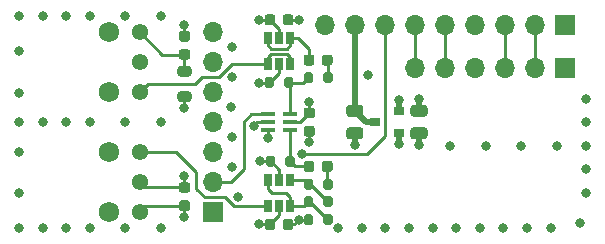
<source format=gbr>
%TF.GenerationSoftware,KiCad,Pcbnew,5.1.10-88a1d61d58~90~ubuntu20.04.1*%
%TF.CreationDate,2021-08-01T07:07:46+02:00*%
%TF.ProjectId,chalkie,6368616c-6b69-4652-9e6b-696361645f70,v1.00*%
%TF.SameCoordinates,Original*%
%TF.FileFunction,Copper,L1,Top*%
%TF.FilePolarity,Positive*%
%FSLAX46Y46*%
G04 Gerber Fmt 4.6, Leading zero omitted, Abs format (unit mm)*
G04 Created by KiCad (PCBNEW 5.1.10-88a1d61d58~90~ubuntu20.04.1) date 2021-08-01 07:07:46*
%MOMM*%
%LPD*%
G01*
G04 APERTURE LIST*
%TA.AperFunction,ComponentPad*%
%ADD10C,1.725000*%
%TD*%
%TA.AperFunction,ComponentPad*%
%ADD11C,1.381250*%
%TD*%
%TA.AperFunction,SMDPad,CuDef*%
%ADD12R,1.190000X0.400000*%
%TD*%
%TA.AperFunction,ComponentPad*%
%ADD13C,1.381000*%
%TD*%
%TA.AperFunction,ComponentPad*%
%ADD14O,1.700000X1.700000*%
%TD*%
%TA.AperFunction,ComponentPad*%
%ADD15R,1.700000X1.700000*%
%TD*%
%TA.AperFunction,SMDPad,CuDef*%
%ADD16R,0.900000X0.800000*%
%TD*%
%TA.AperFunction,SMDPad,CuDef*%
%ADD17R,0.650000X1.060000*%
%TD*%
%TA.AperFunction,ViaPad*%
%ADD18C,0.800000*%
%TD*%
%TA.AperFunction,Conductor*%
%ADD19C,0.250000*%
%TD*%
%TA.AperFunction,Conductor*%
%ADD20C,0.500000*%
%TD*%
G04 APERTURE END LIST*
D10*
%TO.P,U2,5*%
%TO.N,N/C*%
X133590000Y-107590000D03*
%TO.P,U2,4*%
X133590000Y-102510000D03*
D11*
%TO.P,U2,3*%
%TO.N,GND*%
X136210000Y-107590000D03*
%TO.P,U2,2*%
%TO.N,+3V3*%
X136210000Y-105050000D03*
%TO.P,U2,1*%
%TO.N,Net-(U2-Pad1)*%
X136210000Y-102510000D03*
%TD*%
D12*
%TO.P,U6,1*%
%TO.N,Net-(C1-Pad1)*%
X148960000Y-100650000D03*
%TO.P,U6,2*%
%TO.N,+3V3*%
X148960000Y-100000000D03*
%TO.P,U6,3*%
%TO.N,Net-(R5-Pad1)*%
X148960000Y-99350000D03*
%TO.P,U6,4*%
%TO.N,hdmi_utility*%
X147040000Y-99350000D03*
%TO.P,U6,5*%
%TO.N,GND*%
X147040000Y-100000000D03*
%TO.P,U6,6*%
%TO.N,rxtx_en*%
X147040000Y-100650000D03*
%TD*%
D10*
%TO.P,U3,5*%
%TO.N,N/C*%
X133590000Y-97490000D03*
%TO.P,U3,4*%
X133590000Y-92410000D03*
D13*
%TO.P,U3,3*%
%TO.N,Net-(U3-Pad3)*%
X136210000Y-97490000D03*
%TO.P,U3,2*%
%TO.N,GND*%
X136210000Y-94950000D03*
%TO.P,U3,1*%
%TO.N,Net-(C3-Pad2)*%
X136210000Y-92410000D03*
%TD*%
%TO.P,C1,2*%
%TO.N,Net-(C1-Pad2)*%
%TA.AperFunction,SMDPad,CuDef*%
G36*
G01*
X151645000Y-104000000D02*
X151645000Y-103500000D01*
G75*
G02*
X151870000Y-103275000I225000J0D01*
G01*
X152320000Y-103275000D01*
G75*
G02*
X152545000Y-103500000I0J-225000D01*
G01*
X152545000Y-104000000D01*
G75*
G02*
X152320000Y-104225000I-225000J0D01*
G01*
X151870000Y-104225000D01*
G75*
G02*
X151645000Y-104000000I0J225000D01*
G01*
G37*
%TD.AperFunction*%
%TO.P,C1,1*%
%TO.N,Net-(C1-Pad1)*%
%TA.AperFunction,SMDPad,CuDef*%
G36*
G01*
X150095000Y-104000000D02*
X150095000Y-103500000D01*
G75*
G02*
X150320000Y-103275000I225000J0D01*
G01*
X150770000Y-103275000D01*
G75*
G02*
X150995000Y-103500000I0J-225000D01*
G01*
X150995000Y-104000000D01*
G75*
G02*
X150770000Y-104225000I-225000J0D01*
G01*
X150320000Y-104225000D01*
G75*
G02*
X150095000Y-104000000I0J225000D01*
G01*
G37*
%TD.AperFunction*%
%TD*%
%TO.P,C2,1*%
%TO.N,GND*%
%TA.AperFunction,SMDPad,CuDef*%
G36*
G01*
X140250000Y-107525000D02*
X139750000Y-107525000D01*
G75*
G02*
X139525000Y-107300000I0J225000D01*
G01*
X139525000Y-106850000D01*
G75*
G02*
X139750000Y-106625000I225000J0D01*
G01*
X140250000Y-106625000D01*
G75*
G02*
X140475000Y-106850000I0J-225000D01*
G01*
X140475000Y-107300000D01*
G75*
G02*
X140250000Y-107525000I-225000J0D01*
G01*
G37*
%TD.AperFunction*%
%TO.P,C2,2*%
%TO.N,+3V3*%
%TA.AperFunction,SMDPad,CuDef*%
G36*
G01*
X140250000Y-105975000D02*
X139750000Y-105975000D01*
G75*
G02*
X139525000Y-105750000I0J225000D01*
G01*
X139525000Y-105300000D01*
G75*
G02*
X139750000Y-105075000I225000J0D01*
G01*
X140250000Y-105075000D01*
G75*
G02*
X140475000Y-105300000I0J-225000D01*
G01*
X140475000Y-105750000D01*
G75*
G02*
X140250000Y-105975000I-225000J0D01*
G01*
G37*
%TD.AperFunction*%
%TD*%
%TO.P,C3,2*%
%TO.N,Net-(C3-Pad2)*%
%TA.AperFunction,SMDPad,CuDef*%
G36*
G01*
X139750000Y-93825000D02*
X140250000Y-93825000D01*
G75*
G02*
X140475000Y-94050000I0J-225000D01*
G01*
X140475000Y-94500000D01*
G75*
G02*
X140250000Y-94725000I-225000J0D01*
G01*
X139750000Y-94725000D01*
G75*
G02*
X139525000Y-94500000I0J225000D01*
G01*
X139525000Y-94050000D01*
G75*
G02*
X139750000Y-93825000I225000J0D01*
G01*
G37*
%TD.AperFunction*%
%TO.P,C3,1*%
%TO.N,GND*%
%TA.AperFunction,SMDPad,CuDef*%
G36*
G01*
X139750000Y-92275000D02*
X140250000Y-92275000D01*
G75*
G02*
X140475000Y-92500000I0J-225000D01*
G01*
X140475000Y-92950000D01*
G75*
G02*
X140250000Y-93175000I-225000J0D01*
G01*
X139750000Y-93175000D01*
G75*
G02*
X139525000Y-92950000I0J225000D01*
G01*
X139525000Y-92500000D01*
G75*
G02*
X139750000Y-92275000I225000J0D01*
G01*
G37*
%TD.AperFunction*%
%TD*%
%TO.P,C4,2*%
%TO.N,+3V3*%
%TA.AperFunction,SMDPad,CuDef*%
G36*
G01*
X147675000Y-91090000D02*
X147675000Y-91590000D01*
G75*
G02*
X147450000Y-91815000I-225000J0D01*
G01*
X147000000Y-91815000D01*
G75*
G02*
X146775000Y-91590000I0J225000D01*
G01*
X146775000Y-91090000D01*
G75*
G02*
X147000000Y-90865000I225000J0D01*
G01*
X147450000Y-90865000D01*
G75*
G02*
X147675000Y-91090000I0J-225000D01*
G01*
G37*
%TD.AperFunction*%
%TO.P,C4,1*%
%TO.N,GND*%
%TA.AperFunction,SMDPad,CuDef*%
G36*
G01*
X149225000Y-91090000D02*
X149225000Y-91590000D01*
G75*
G02*
X149000000Y-91815000I-225000J0D01*
G01*
X148550000Y-91815000D01*
G75*
G02*
X148325000Y-91590000I0J225000D01*
G01*
X148325000Y-91090000D01*
G75*
G02*
X148550000Y-90865000I225000J0D01*
G01*
X149000000Y-90865000D01*
G75*
G02*
X149225000Y-91090000I0J-225000D01*
G01*
G37*
%TD.AperFunction*%
%TD*%
%TO.P,C5,1*%
%TO.N,GND*%
%TA.AperFunction,SMDPad,CuDef*%
G36*
G01*
X149225000Y-108410000D02*
X149225000Y-108910000D01*
G75*
G02*
X149000000Y-109135000I-225000J0D01*
G01*
X148550000Y-109135000D01*
G75*
G02*
X148325000Y-108910000I0J225000D01*
G01*
X148325000Y-108410000D01*
G75*
G02*
X148550000Y-108185000I225000J0D01*
G01*
X149000000Y-108185000D01*
G75*
G02*
X149225000Y-108410000I0J-225000D01*
G01*
G37*
%TD.AperFunction*%
%TO.P,C5,2*%
%TO.N,+3V3*%
%TA.AperFunction,SMDPad,CuDef*%
G36*
G01*
X147675000Y-108410000D02*
X147675000Y-108910000D01*
G75*
G02*
X147450000Y-109135000I-225000J0D01*
G01*
X147000000Y-109135000D01*
G75*
G02*
X146775000Y-108910000I0J225000D01*
G01*
X146775000Y-108410000D01*
G75*
G02*
X147000000Y-108185000I225000J0D01*
G01*
X147450000Y-108185000D01*
G75*
G02*
X147675000Y-108410000I0J-225000D01*
G01*
G37*
%TD.AperFunction*%
%TD*%
%TO.P,C6,1*%
%TO.N,Net-(C6-Pad1)*%
%TA.AperFunction,SMDPad,CuDef*%
G36*
G01*
X152535000Y-94500000D02*
X152535000Y-95000000D01*
G75*
G02*
X152310000Y-95225000I-225000J0D01*
G01*
X151860000Y-95225000D01*
G75*
G02*
X151635000Y-95000000I0J225000D01*
G01*
X151635000Y-94500000D01*
G75*
G02*
X151860000Y-94275000I225000J0D01*
G01*
X152310000Y-94275000D01*
G75*
G02*
X152535000Y-94500000I0J-225000D01*
G01*
G37*
%TD.AperFunction*%
%TO.P,C6,2*%
%TO.N,Net-(C6-Pad2)*%
%TA.AperFunction,SMDPad,CuDef*%
G36*
G01*
X150985000Y-94500000D02*
X150985000Y-95000000D01*
G75*
G02*
X150760000Y-95225000I-225000J0D01*
G01*
X150310000Y-95225000D01*
G75*
G02*
X150085000Y-95000000I0J225000D01*
G01*
X150085000Y-94500000D01*
G75*
G02*
X150310000Y-94275000I225000J0D01*
G01*
X150760000Y-94275000D01*
G75*
G02*
X150985000Y-94500000I0J-225000D01*
G01*
G37*
%TD.AperFunction*%
%TD*%
%TO.P,C7,1*%
%TO.N,GND*%
%TA.AperFunction,SMDPad,CuDef*%
G36*
G01*
X154895000Y-101450000D02*
X153945000Y-101450000D01*
G75*
G02*
X153695000Y-101200000I0J250000D01*
G01*
X153695000Y-100700000D01*
G75*
G02*
X153945000Y-100450000I250000J0D01*
G01*
X154895000Y-100450000D01*
G75*
G02*
X155145000Y-100700000I0J-250000D01*
G01*
X155145000Y-101200000D01*
G75*
G02*
X154895000Y-101450000I-250000J0D01*
G01*
G37*
%TD.AperFunction*%
%TO.P,C7,2*%
%TO.N,+5V*%
%TA.AperFunction,SMDPad,CuDef*%
G36*
G01*
X154895000Y-99550000D02*
X153945000Y-99550000D01*
G75*
G02*
X153695000Y-99300000I0J250000D01*
G01*
X153695000Y-98800000D01*
G75*
G02*
X153945000Y-98550000I250000J0D01*
G01*
X154895000Y-98550000D01*
G75*
G02*
X155145000Y-98800000I0J-250000D01*
G01*
X155145000Y-99300000D01*
G75*
G02*
X154895000Y-99550000I-250000J0D01*
G01*
G37*
%TD.AperFunction*%
%TD*%
%TO.P,C8,2*%
%TO.N,+3V3*%
%TA.AperFunction,SMDPad,CuDef*%
G36*
G01*
X160325000Y-99550000D02*
X159375000Y-99550000D01*
G75*
G02*
X159125000Y-99300000I0J250000D01*
G01*
X159125000Y-98800000D01*
G75*
G02*
X159375000Y-98550000I250000J0D01*
G01*
X160325000Y-98550000D01*
G75*
G02*
X160575000Y-98800000I0J-250000D01*
G01*
X160575000Y-99300000D01*
G75*
G02*
X160325000Y-99550000I-250000J0D01*
G01*
G37*
%TD.AperFunction*%
%TO.P,C8,1*%
%TO.N,GND*%
%TA.AperFunction,SMDPad,CuDef*%
G36*
G01*
X160325000Y-101450000D02*
X159375000Y-101450000D01*
G75*
G02*
X159125000Y-101200000I0J250000D01*
G01*
X159125000Y-100700000D01*
G75*
G02*
X159375000Y-100450000I250000J0D01*
G01*
X160325000Y-100450000D01*
G75*
G02*
X160575000Y-100700000I0J-250000D01*
G01*
X160575000Y-101200000D01*
G75*
G02*
X160325000Y-101450000I-250000J0D01*
G01*
G37*
%TD.AperFunction*%
%TD*%
%TO.P,C9,1*%
%TO.N,GND*%
%TA.AperFunction,SMDPad,CuDef*%
G36*
G01*
X150820000Y-101225000D02*
X150320000Y-101225000D01*
G75*
G02*
X150095000Y-101000000I0J225000D01*
G01*
X150095000Y-100550000D01*
G75*
G02*
X150320000Y-100325000I225000J0D01*
G01*
X150820000Y-100325000D01*
G75*
G02*
X151045000Y-100550000I0J-225000D01*
G01*
X151045000Y-101000000D01*
G75*
G02*
X150820000Y-101225000I-225000J0D01*
G01*
G37*
%TD.AperFunction*%
%TO.P,C9,2*%
%TO.N,+3V3*%
%TA.AperFunction,SMDPad,CuDef*%
G36*
G01*
X150820000Y-99675000D02*
X150320000Y-99675000D01*
G75*
G02*
X150095000Y-99450000I0J225000D01*
G01*
X150095000Y-99000000D01*
G75*
G02*
X150320000Y-98775000I225000J0D01*
G01*
X150820000Y-98775000D01*
G75*
G02*
X151045000Y-99000000I0J-225000D01*
G01*
X151045000Y-99450000D01*
G75*
G02*
X150820000Y-99675000I-225000J0D01*
G01*
G37*
%TD.AperFunction*%
%TD*%
D14*
%TO.P,J1,9*%
%TO.N,N/C*%
X151880000Y-91800000D03*
%TO.P,J1,8*%
%TO.N,+5V*%
X154420000Y-91800000D03*
%TO.P,J1,7*%
%TO.N,rxtx_en*%
X156960000Y-91800000D03*
%TO.P,J1,6*%
%TO.N,uart_tx*%
X159500000Y-91800000D03*
%TO.P,J1,5*%
%TO.N,uart_rx*%
X162040000Y-91800000D03*
%TO.P,J1,4*%
%TO.N,GND*%
X164580000Y-91800000D03*
%TO.P,J1,3*%
%TO.N,swclk*%
X167120000Y-91800000D03*
%TO.P,J1,2*%
%TO.N,swdio*%
X169660000Y-91800000D03*
D15*
%TO.P,J1,1*%
%TO.N,GND*%
X172200000Y-91800000D03*
%TD*%
%TO.P,J2,1*%
%TO.N,N/C*%
X142400000Y-107620000D03*
D14*
%TO.P,J2,2*%
%TO.N,hdmi_utility*%
X142400000Y-105080000D03*
%TO.P,J2,3*%
%TO.N,N/C*%
X142400000Y-102540000D03*
%TO.P,J2,4*%
%TO.N,GND*%
X142400000Y-100000000D03*
%TO.P,J2,5*%
%TO.N,N/C*%
X142400000Y-97460000D03*
%TO.P,J2,6*%
X142400000Y-94920000D03*
%TO.P,J2,7*%
X142400000Y-92380000D03*
%TD*%
D15*
%TO.P,J3,1*%
%TO.N,GND*%
X172200000Y-95390000D03*
D14*
%TO.P,J3,2*%
%TO.N,swdio*%
X169660000Y-95390000D03*
%TO.P,J3,3*%
%TO.N,swclk*%
X167120000Y-95390000D03*
%TO.P,J3,4*%
%TO.N,GND*%
X164580000Y-95390000D03*
%TO.P,J3,5*%
%TO.N,uart_rx*%
X162040000Y-95390000D03*
%TO.P,J3,6*%
%TO.N,uart_tx*%
X159500000Y-95390000D03*
%TD*%
%TO.P,L1,1*%
%TO.N,Net-(C3-Pad2)*%
%TA.AperFunction,SMDPad,CuDef*%
G36*
G01*
X139618750Y-95270000D02*
X140381250Y-95270000D01*
G75*
G02*
X140600000Y-95488750I0J-218750D01*
G01*
X140600000Y-95926250D01*
G75*
G02*
X140381250Y-96145000I-218750J0D01*
G01*
X139618750Y-96145000D01*
G75*
G02*
X139400000Y-95926250I0J218750D01*
G01*
X139400000Y-95488750D01*
G75*
G02*
X139618750Y-95270000I218750J0D01*
G01*
G37*
%TD.AperFunction*%
%TO.P,L1,2*%
%TO.N,+3V3*%
%TA.AperFunction,SMDPad,CuDef*%
G36*
G01*
X139618750Y-97395000D02*
X140381250Y-97395000D01*
G75*
G02*
X140600000Y-97613750I0J-218750D01*
G01*
X140600000Y-98051250D01*
G75*
G02*
X140381250Y-98270000I-218750J0D01*
G01*
X139618750Y-98270000D01*
G75*
G02*
X139400000Y-98051250I0J218750D01*
G01*
X139400000Y-97613750D01*
G75*
G02*
X139618750Y-97395000I218750J0D01*
G01*
G37*
%TD.AperFunction*%
%TD*%
%TO.P,R1,2*%
%TO.N,GND*%
%TA.AperFunction,SMDPad,CuDef*%
G36*
G01*
X147685000Y-103045000D02*
X147685000Y-103595000D01*
G75*
G02*
X147485000Y-103795000I-200000J0D01*
G01*
X147085000Y-103795000D01*
G75*
G02*
X146885000Y-103595000I0J200000D01*
G01*
X146885000Y-103045000D01*
G75*
G02*
X147085000Y-102845000I200000J0D01*
G01*
X147485000Y-102845000D01*
G75*
G02*
X147685000Y-103045000I0J-200000D01*
G01*
G37*
%TD.AperFunction*%
%TO.P,R1,1*%
%TO.N,Net-(C1-Pad1)*%
%TA.AperFunction,SMDPad,CuDef*%
G36*
G01*
X149335000Y-103045000D02*
X149335000Y-103595000D01*
G75*
G02*
X149135000Y-103795000I-200000J0D01*
G01*
X148735000Y-103795000D01*
G75*
G02*
X148535000Y-103595000I0J200000D01*
G01*
X148535000Y-103045000D01*
G75*
G02*
X148735000Y-102845000I200000J0D01*
G01*
X149135000Y-102845000D01*
G75*
G02*
X149335000Y-103045000I0J-200000D01*
G01*
G37*
%TD.AperFunction*%
%TD*%
%TO.P,R2,2*%
%TO.N,Net-(R2-Pad2)*%
%TA.AperFunction,SMDPad,CuDef*%
G36*
G01*
X150895000Y-104975000D02*
X150895000Y-105525000D01*
G75*
G02*
X150695000Y-105725000I-200000J0D01*
G01*
X150295000Y-105725000D01*
G75*
G02*
X150095000Y-105525000I0J200000D01*
G01*
X150095000Y-104975000D01*
G75*
G02*
X150295000Y-104775000I200000J0D01*
G01*
X150695000Y-104775000D01*
G75*
G02*
X150895000Y-104975000I0J-200000D01*
G01*
G37*
%TD.AperFunction*%
%TO.P,R2,1*%
%TO.N,Net-(C1-Pad2)*%
%TA.AperFunction,SMDPad,CuDef*%
G36*
G01*
X152545000Y-104975000D02*
X152545000Y-105525000D01*
G75*
G02*
X152345000Y-105725000I-200000J0D01*
G01*
X151945000Y-105725000D01*
G75*
G02*
X151745000Y-105525000I0J200000D01*
G01*
X151745000Y-104975000D01*
G75*
G02*
X151945000Y-104775000I200000J0D01*
G01*
X152345000Y-104775000D01*
G75*
G02*
X152545000Y-104975000I0J-200000D01*
G01*
G37*
%TD.AperFunction*%
%TD*%
%TO.P,R3,2*%
%TO.N,Net-(R3-Pad2)*%
%TA.AperFunction,SMDPad,CuDef*%
G36*
G01*
X150895000Y-106475000D02*
X150895000Y-107025000D01*
G75*
G02*
X150695000Y-107225000I-200000J0D01*
G01*
X150295000Y-107225000D01*
G75*
G02*
X150095000Y-107025000I0J200000D01*
G01*
X150095000Y-106475000D01*
G75*
G02*
X150295000Y-106275000I200000J0D01*
G01*
X150695000Y-106275000D01*
G75*
G02*
X150895000Y-106475000I0J-200000D01*
G01*
G37*
%TD.AperFunction*%
%TO.P,R3,1*%
%TO.N,Net-(R2-Pad2)*%
%TA.AperFunction,SMDPad,CuDef*%
G36*
G01*
X152545000Y-106475000D02*
X152545000Y-107025000D01*
G75*
G02*
X152345000Y-107225000I-200000J0D01*
G01*
X151945000Y-107225000D01*
G75*
G02*
X151745000Y-107025000I0J200000D01*
G01*
X151745000Y-106475000D01*
G75*
G02*
X151945000Y-106275000I200000J0D01*
G01*
X152345000Y-106275000D01*
G75*
G02*
X152545000Y-106475000I0J-200000D01*
G01*
G37*
%TD.AperFunction*%
%TD*%
%TO.P,R4,1*%
%TO.N,Net-(R3-Pad2)*%
%TA.AperFunction,SMDPad,CuDef*%
G36*
G01*
X152545000Y-107975000D02*
X152545000Y-108525000D01*
G75*
G02*
X152345000Y-108725000I-200000J0D01*
G01*
X151945000Y-108725000D01*
G75*
G02*
X151745000Y-108525000I0J200000D01*
G01*
X151745000Y-107975000D01*
G75*
G02*
X151945000Y-107775000I200000J0D01*
G01*
X152345000Y-107775000D01*
G75*
G02*
X152545000Y-107975000I0J-200000D01*
G01*
G37*
%TD.AperFunction*%
%TO.P,R4,2*%
%TO.N,GND*%
%TA.AperFunction,SMDPad,CuDef*%
G36*
G01*
X150895000Y-107975000D02*
X150895000Y-108525000D01*
G75*
G02*
X150695000Y-108725000I-200000J0D01*
G01*
X150295000Y-108725000D01*
G75*
G02*
X150095000Y-108525000I0J200000D01*
G01*
X150095000Y-107975000D01*
G75*
G02*
X150295000Y-107775000I200000J0D01*
G01*
X150695000Y-107775000D01*
G75*
G02*
X150895000Y-107975000I0J-200000D01*
G01*
G37*
%TD.AperFunction*%
%TD*%
%TO.P,R5,1*%
%TO.N,Net-(R5-Pad1)*%
%TA.AperFunction,SMDPad,CuDef*%
G36*
G01*
X150085000Y-96515000D02*
X150085000Y-95965000D01*
G75*
G02*
X150285000Y-95765000I200000J0D01*
G01*
X150685000Y-95765000D01*
G75*
G02*
X150885000Y-95965000I0J-200000D01*
G01*
X150885000Y-96515000D01*
G75*
G02*
X150685000Y-96715000I-200000J0D01*
G01*
X150285000Y-96715000D01*
G75*
G02*
X150085000Y-96515000I0J200000D01*
G01*
G37*
%TD.AperFunction*%
%TO.P,R5,2*%
%TO.N,Net-(C6-Pad1)*%
%TA.AperFunction,SMDPad,CuDef*%
G36*
G01*
X151735000Y-96515000D02*
X151735000Y-95965000D01*
G75*
G02*
X151935000Y-95765000I200000J0D01*
G01*
X152335000Y-95765000D01*
G75*
G02*
X152535000Y-95965000I0J-200000D01*
G01*
X152535000Y-96515000D01*
G75*
G02*
X152335000Y-96715000I-200000J0D01*
G01*
X151935000Y-96715000D01*
G75*
G02*
X151735000Y-96515000I0J200000D01*
G01*
G37*
%TD.AperFunction*%
%TD*%
%TO.P,R6,1*%
%TO.N,Net-(R5-Pad1)*%
%TA.AperFunction,SMDPad,CuDef*%
G36*
G01*
X149225000Y-96375000D02*
X149225000Y-96925000D01*
G75*
G02*
X149025000Y-97125000I-200000J0D01*
G01*
X148625000Y-97125000D01*
G75*
G02*
X148425000Y-96925000I0J200000D01*
G01*
X148425000Y-96375000D01*
G75*
G02*
X148625000Y-96175000I200000J0D01*
G01*
X149025000Y-96175000D01*
G75*
G02*
X149225000Y-96375000I0J-200000D01*
G01*
G37*
%TD.AperFunction*%
%TO.P,R6,2*%
%TO.N,GND*%
%TA.AperFunction,SMDPad,CuDef*%
G36*
G01*
X147575000Y-96375000D02*
X147575000Y-96925000D01*
G75*
G02*
X147375000Y-97125000I-200000J0D01*
G01*
X146975000Y-97125000D01*
G75*
G02*
X146775000Y-96925000I0J200000D01*
G01*
X146775000Y-96375000D01*
G75*
G02*
X146975000Y-96175000I200000J0D01*
G01*
X147375000Y-96175000D01*
G75*
G02*
X147575000Y-96375000I0J-200000D01*
G01*
G37*
%TD.AperFunction*%
%TD*%
D16*
%TO.P,U1,1*%
%TO.N,GND*%
X158140000Y-100950000D03*
%TO.P,U1,2*%
%TO.N,+3V3*%
X158140000Y-99050000D03*
%TO.P,U1,3*%
%TO.N,+5V*%
X156140000Y-100000000D03*
%TD*%
D17*
%TO.P,U4,1*%
%TO.N,Net-(R2-Pad2)*%
X148950000Y-104900000D03*
%TO.P,U4,2*%
%TO.N,GND*%
X148000000Y-104900000D03*
%TO.P,U4,3*%
%TO.N,Net-(R3-Pad2)*%
X147050000Y-104900000D03*
%TO.P,U4,4*%
%TO.N,Net-(U2-Pad1)*%
X147050000Y-107100000D03*
%TO.P,U4,6*%
%TO.N,Net-(R3-Pad2)*%
X148950000Y-107100000D03*
%TO.P,U4,5*%
%TO.N,+3V3*%
X148000000Y-107100000D03*
%TD*%
%TO.P,U5,5*%
%TO.N,+3V3*%
X148000000Y-92900000D03*
%TO.P,U5,6*%
%TO.N,Net-(C6-Pad2)*%
X147050000Y-92900000D03*
%TO.P,U5,4*%
X148950000Y-92900000D03*
%TO.P,U5,3*%
%TO.N,Net-(U3-Pad3)*%
X148950000Y-95100000D03*
%TO.P,U5,2*%
%TO.N,GND*%
X148000000Y-95100000D03*
%TO.P,U5,1*%
%TO.N,Net-(U3-Pad3)*%
X147050000Y-95100000D03*
%TD*%
D18*
%TO.N,GND*%
X143980000Y-93680000D03*
X145850000Y-100325000D03*
X146430000Y-103320000D03*
X150570000Y-101700000D03*
X159850000Y-101950000D03*
X149700000Y-91340000D03*
X140000000Y-91800000D03*
X146310000Y-96650000D03*
X140000000Y-108030000D03*
X149660000Y-108310000D03*
X158140000Y-101820000D03*
X154420000Y-101940000D03*
X174000000Y-100000000D03*
X173500000Y-108500000D03*
X174000000Y-102000000D03*
X174000000Y-104000000D03*
X174000000Y-106000000D03*
X174000000Y-98000000D03*
X171000000Y-109000000D03*
X169000000Y-109000000D03*
X167000000Y-109000000D03*
X165000000Y-109000000D03*
X163000000Y-109000000D03*
X161000000Y-109000000D03*
X159000000Y-109000000D03*
X157000000Y-109000000D03*
X155000000Y-109000000D03*
X153000000Y-109000000D03*
X155500000Y-96000000D03*
X126000000Y-91000000D03*
X128000000Y-91000000D03*
X130000000Y-91000000D03*
X132000000Y-91000000D03*
X135000000Y-91000000D03*
X138000000Y-91000000D03*
X138000000Y-109000000D03*
X135000000Y-109000000D03*
X132000000Y-109000000D03*
X130000000Y-109000000D03*
X128000000Y-109000000D03*
X126000000Y-109000000D03*
X126000000Y-100000000D03*
X126000000Y-97500000D03*
X126000000Y-94000000D03*
X126000000Y-102500000D03*
X126000000Y-106000000D03*
X135000000Y-100000000D03*
X138000000Y-100000000D03*
X132000000Y-100000000D03*
X130000000Y-100000000D03*
X128000000Y-100000000D03*
X171500000Y-102000000D03*
X168500000Y-102000000D03*
X165500000Y-102000000D03*
X162500000Y-102000000D03*
X143960000Y-98740000D03*
X143990000Y-96150000D03*
X143990000Y-101260000D03*
X144010000Y-103810000D03*
X144500000Y-106340000D03*
%TO.N,+3V3*%
X159850000Y-98050000D03*
X150570000Y-98300000D03*
X146300000Y-91340000D03*
X140000000Y-98800000D03*
X140000000Y-104580000D03*
X146300000Y-108660000D03*
X158140000Y-98120000D03*
%TO.N,rxtx_en*%
X147040000Y-101350000D03*
X149940000Y-102690000D03*
%TD*%
D19*
%TO.N,Net-(C1-Pad2)*%
X152095000Y-105200000D02*
X152145000Y-105250000D01*
X152095000Y-103750000D02*
X152095000Y-105200000D01*
%TO.N,Net-(C1-Pad1)*%
X149365000Y-103750000D02*
X148935000Y-103320000D01*
X150545000Y-103750000D02*
X149365000Y-103750000D01*
X148960000Y-103295000D02*
X148935000Y-103320000D01*
X148960000Y-100650000D02*
X148960000Y-103295000D01*
%TO.N,GND*%
X140000000Y-92725000D02*
X140000000Y-91800000D01*
X150570000Y-101700000D02*
X150570000Y-100775000D01*
X146175000Y-100000000D02*
X145850000Y-100325000D01*
X147040000Y-100000000D02*
X146175000Y-100000000D01*
X149720000Y-108250000D02*
X149660000Y-108310000D01*
X150495000Y-108250000D02*
X149720000Y-108250000D01*
X149310000Y-108660000D02*
X149660000Y-108310000D01*
X148775000Y-108660000D02*
X149310000Y-108660000D01*
X148000000Y-104035000D02*
X147285000Y-103320000D01*
X148000000Y-104900000D02*
X148000000Y-104035000D01*
X147285000Y-103320000D02*
X146430000Y-103320000D01*
X148775000Y-91340000D02*
X149700000Y-91340000D01*
X148000000Y-95825000D02*
X147175000Y-96650000D01*
X148000000Y-95100000D02*
X148000000Y-95825000D01*
X147175000Y-96650000D02*
X146310000Y-96650000D01*
D20*
X158140000Y-100950000D02*
X158140000Y-101820000D01*
X159850000Y-100950000D02*
X159850000Y-101950000D01*
X154420000Y-100950000D02*
X154420000Y-101940000D01*
D19*
X136725000Y-107075000D02*
X136210000Y-107590000D01*
X140000000Y-107075000D02*
X136725000Y-107075000D01*
X140000000Y-107075000D02*
X140000000Y-108030000D01*
%TO.N,+3V3*%
X160020000Y-99320000D02*
X160060000Y-99360000D01*
X140000000Y-97832500D02*
X140000000Y-98800000D01*
X149795000Y-100000000D02*
X150570000Y-99225000D01*
X148960000Y-100000000D02*
X149795000Y-100000000D01*
X150570000Y-98300000D02*
X150570000Y-99225000D01*
X148000000Y-107885000D02*
X147225000Y-108660000D01*
X148000000Y-107100000D02*
X148000000Y-107885000D01*
X147225000Y-108660000D02*
X146300000Y-108660000D01*
X147225000Y-91340000D02*
X146300000Y-91340000D01*
X148000000Y-92115000D02*
X147225000Y-91340000D01*
X148000000Y-92900000D02*
X148000000Y-92115000D01*
D20*
X159850000Y-99050000D02*
X159850000Y-98050000D01*
X158140000Y-99050000D02*
X158140000Y-98130000D01*
D19*
X136685000Y-105525000D02*
X136210000Y-105050000D01*
X140000000Y-105525000D02*
X136685000Y-105525000D01*
X140000000Y-104580000D02*
X140000000Y-105525000D01*
%TO.N,Net-(C3-Pad2)*%
X140000000Y-94275000D02*
X140000000Y-95707500D01*
X138075000Y-94275000D02*
X136210000Y-92410000D01*
X140000000Y-94275000D02*
X138075000Y-94275000D01*
%TO.N,Net-(C6-Pad1)*%
X152135000Y-94800000D02*
X152085000Y-94750000D01*
X152135000Y-96240000D02*
X152135000Y-94800000D01*
%TO.N,Net-(C6-Pad2)*%
X148950000Y-93500000D02*
X148950000Y-92900000D01*
X148670000Y-93780000D02*
X148950000Y-93500000D01*
X147340000Y-93780000D02*
X148670000Y-93780000D01*
X147050000Y-93490000D02*
X147340000Y-93780000D01*
X147050000Y-92900000D02*
X147050000Y-93490000D01*
X149590000Y-92900000D02*
X148950000Y-92900000D01*
X150535000Y-93845000D02*
X149590000Y-92900000D01*
X150535000Y-94750000D02*
X150535000Y-93845000D01*
D20*
%TO.N,+5V*%
X154420000Y-91800000D02*
X154420000Y-99050000D01*
X155370000Y-100000000D02*
X154420000Y-99050000D01*
X156140000Y-100000000D02*
X155370000Y-100000000D01*
D19*
%TO.N,swdio*%
X169660000Y-91800000D02*
X169660000Y-95390000D01*
%TO.N,swclk*%
X167120000Y-91800000D02*
X167120000Y-95390000D01*
%TO.N,uart_rx*%
X162040000Y-91800000D02*
X162040000Y-95390000D01*
%TO.N,uart_tx*%
X159500000Y-91800000D02*
X159500000Y-95390000D01*
%TO.N,rxtx_en*%
X147040000Y-100650000D02*
X147040000Y-101350000D01*
X155450000Y-102690000D02*
X149940000Y-102690000D01*
X156960000Y-101180000D02*
X155450000Y-102690000D01*
X156960000Y-91800000D02*
X156960000Y-101180000D01*
%TO.N,hdmi_utility*%
X143910000Y-105080000D02*
X142400000Y-105080000D01*
X145030000Y-99970000D02*
X145030000Y-103960000D01*
X145030000Y-103960000D02*
X143910000Y-105080000D01*
X145650000Y-99350000D02*
X145030000Y-99970000D01*
X147040000Y-99350000D02*
X145650000Y-99350000D01*
%TO.N,Net-(R2-Pad2)*%
X150645000Y-105250000D02*
X152145000Y-106750000D01*
X150495000Y-105250000D02*
X150645000Y-105250000D01*
X150145000Y-104900000D02*
X150495000Y-105250000D01*
X148950000Y-104900000D02*
X150145000Y-104900000D01*
%TO.N,Net-(R3-Pad2)*%
X148950000Y-106340000D02*
X148950000Y-107100000D01*
X147370000Y-106000000D02*
X148610000Y-106000000D01*
X148610000Y-106000000D02*
X148950000Y-106340000D01*
X147050000Y-105680000D02*
X147370000Y-106000000D01*
X147050000Y-104900000D02*
X147050000Y-105680000D01*
X150145000Y-107100000D02*
X150495000Y-106750000D01*
X148950000Y-107100000D02*
X150145000Y-107100000D01*
X150645000Y-106750000D02*
X152145000Y-108250000D01*
X150495000Y-106750000D02*
X150645000Y-106750000D01*
%TO.N,Net-(R5-Pad1)*%
X150075000Y-96650000D02*
X150485000Y-96240000D01*
X148825000Y-96650000D02*
X150075000Y-96650000D01*
X148960000Y-96785000D02*
X148825000Y-96650000D01*
X148960000Y-99350000D02*
X148960000Y-96785000D01*
%TO.N,Net-(U3-Pad3)*%
X136920000Y-96780000D02*
X136210000Y-97490000D01*
X140870000Y-96780000D02*
X136920000Y-96780000D01*
X141460000Y-96190000D02*
X140870000Y-96780000D01*
X142920000Y-96190000D02*
X141460000Y-96190000D01*
X144010000Y-95100000D02*
X142920000Y-96190000D01*
X147050000Y-95100000D02*
X144010000Y-95100000D01*
X147050000Y-94500000D02*
X147050000Y-95100000D01*
X147320000Y-94230000D02*
X147050000Y-94500000D01*
X148680000Y-94230000D02*
X147320000Y-94230000D01*
X148950000Y-94500000D02*
X148680000Y-94230000D01*
X148950000Y-95100000D02*
X148950000Y-94500000D01*
%TO.N,Net-(U2-Pad1)*%
X144220000Y-107100000D02*
X147050000Y-107100000D01*
X143460000Y-106340000D02*
X144220000Y-107100000D01*
X141010000Y-105650000D02*
X141700000Y-106340000D01*
X141700000Y-106340000D02*
X143460000Y-106340000D01*
X141010000Y-104220000D02*
X141010000Y-105650000D01*
X139300000Y-102510000D02*
X141010000Y-104220000D01*
X136210000Y-102510000D02*
X139300000Y-102510000D01*
%TD*%
M02*

</source>
